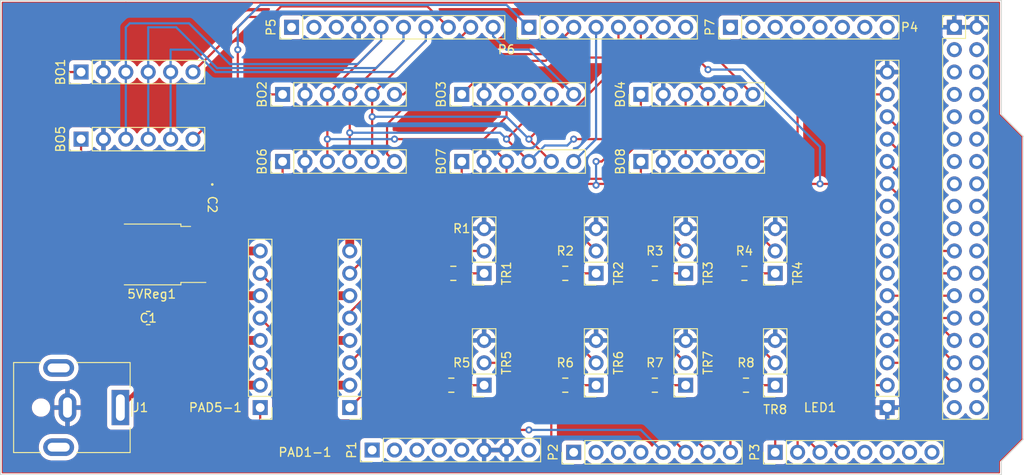
<source format=kicad_pcb>
(kicad_pcb (version 20221018) (generator pcbnew)
  (layers (0 "F.Cu" signal) (31 "B.Cu" signal) (34 "B.Paste" user) (35 "F.Paste" user) (36 "B.SilkS" user "B.Silkscreen") (37 "F.SilkS" user "F.Silkscreen") (38 "B.Mask" user) (39 "F.Mask" user) (44 "Edge.Cuts" user))
  (net 0 "")
  (net 1 "+12V")
  (net 2 "GND")
  (net 3 "/VCC5")
  (net 4 "/10(**)")
  (net 5 "/22")
  (net 6 "/24")
  (net 7 "/LD0")
  (net 8 "/LD1")
  (net 9 "/LD2")
  (net 10 "/LD3")
  (net 11 "/26")
  (net 12 "/28")
  (net 13 "/30")
  (net 14 "/32")
  (net 15 "/Pad1")
  (net 16 "/Pad2")
  (net 17 "/Pad3")
  (net 18 "/Pad4")
  (net 19 "/Pad5")
  (net 20 "/Pad6")
  (net 21 "/Pad7")
  (net 22 "/Pad8")
  (net 24 "/IOREF")
  (net 25 "/RESET")
  (net 26 "+3V3")
  (net 27 "+5V")
  (net 28 "/VCC8")
  (net 29 "/A0")
  (net 30 "/A1")
  (net 31 "/A2")
  (net 32 "/A3")
  (net 33 "/A4")
  (net 34 "/A5")
  (net 35 "/A6")
  (net 36 "/A7")
  (net 37 "/A8")
  (net 38 "/A9")
  (net 39 "/A10")
  (net 40 "/A11")
  (net 41 "/A12")
  (net 42 "/A13")
  (net 43 "/A14")
  (net 44 "/A15")
  (net 45 "/52(SCK)")
  (net 46 "/53(SS)")
  (net 47 "/50")
  (net 48 "/51(MOSI)")
  (net 49 "/48")
  (net 50 "/49")
  (net 51 "/46")
  (net 52 "/47")
  (net 53 "/44")
  (net 54 "/45")
  (net 55 "/42")
  (net 56 "/43")
  (net 57 "/40")
  (net 58 "/41")
  (net 59 "/38")
  (net 60 "/39")
  (net 61 "/36")
  (net 62 "/37")
  (net 63 "/34")
  (net 64 "/35")
  (net 65 "/33")
  (net 66 "/31")
  (net 67 "/29")
  (net 68 "/27")
  (net 69 "/25")
  (net 70 "/23")
  (net 71 "/SCL")
  (net 72 "/SDA")
  (net 73 "/AREF")
  (net 74 "/13(**)")
  (net 75 "/12(**)")
  (net 76 "/11(**)")
  (net 77 "/9(**)")
  (net 78 "/8(**)")
  (net 79 "/7(**)")
  (net 80 "/6(**)")
  (net 81 "/5(**)")
  (net 82 "/4(**)")
  (net 83 "/3(**)")
  (net 84 "/2(**)")
  (net 85 "/1(Tx0)")
  (net 86 "/0(Rx0)")
  (net 87 "/14(Tx3)")
  (net 88 "/15(Rx3)")
  (net 89 "/16(Tx2)")
  (net 90 "/17(Rx2)")
  (net 91 "/18(Tx1)")
  (net 92 "/19(Rx1)")
  (net 93 "/20(SDA)")
  (net 94 "/21(SCL)")
  (net 95 "Net-(TR1-Pin_1)")
  (net 96 "Net-(TR2-Pin_1)")
  (net 97 "Net-(TR3-Pin_1)")
  (net 98 "Net-(TR4-Pin_1)")
  (net 99 "Net-(TR5-Pin_1)")
  (net 100 "Net-(TR6-Pin_1)")
  (net 101 "Net-(TR7-Pin_1)")
  (net 102 "Net-(TR8-Pin_1)")
  (footprint "footprints:RES_RK73G2A_KOA" (layer "F.Cu") (at 151.2189 111.76 180)
    (fp_text reference "R5")
    (fp_text value "R")
  )
  (footprint "Connector_PinHeader_2.54mm:PinHeader_1x08_P2.54mm_Vertical" (layer "F.Cu") (at 129.54 114.3 180)
    (fp_text reference "PAD5-1")
    (fp_text value "Conn_01x08_Male")
  )
  (footprint "Connector_PinHeader_2.54mm:PinHeader_1x08_P2.54mm_Vertical" (layer "F.Cu") (at 142.24 119.126 90)
    (fp_text reference "P1")
    (fp_text value "Power")
  )
  (footprint "Connector_PinSocket_2.54mm:PinSocket_1x03_P2.54mm_Vertical" (layer "F.Cu") (at 187.96 99.06 180)
    (fp_text reference "TR4")
    (fp_text value "Conn_01x03")
  )
  (footprint "Connector_PinSocket_2.54mm:PinSocket_1x03_P2.54mm_Vertical" (layer "F.Cu") (at 167.64 111.76 180)
    (fp_text reference "TR6")
    (fp_text value "Conn_01x03")
  )
  (footprint "Package_TO_SOT_SMD:TO-252-2" (layer "F.Cu") (at 117.235 96.915 180)
    (fp_text reference "5VReg1")
    (fp_text value "LM78M05_TO252")
  )
  (footprint "Connector_PinHeader_2.54mm:PinHeader_1x06_P2.54mm_Vertical" (layer "F.Cu") (at 109.22 83.82 90)
    (fp_text reference "BO5")
    (fp_text value "Conn_01x06")
  )
  (footprint "Connector_PinSocket_2.54mm:PinSocket_1x03_P2.54mm_Vertical" (layer "F.Cu") (at 154.94 111.76 180)
    (fp_text reference "TR5")
    (fp_text value "Conn_01x03")
  )
  (footprint "Connector_PinHeader_2.54mm:PinHeader_1x06_P2.54mm_Vertical" (layer "F.Cu") (at 172.72 86.36 90)
    (fp_text reference "BO8")
    (fp_text value "Conn_01x06")
  )
  (footprint "Connector_PinHeader_2.54mm:PinHeader_1x06_P2.54mm_Vertical" (layer "F.Cu") (at 152.4 78.74 90)
    (fp_text reference "BO3")
    (fp_text value "Conn_01x06")
  )
  (footprint "Connector_PinSocket_2.54mm:PinSocket_1x03_P2.54mm_Vertical" (layer "F.Cu") (at 154.94 99.06 180)
    (fp_text reference "TR1")
    (fp_text value "Conn_01x03")
  )
  (footprint "Connector_PinHeader_2.54mm:PinHeader_1x06_P2.54mm_Vertical" (layer "F.Cu") (at 152.4 86.36 90)
    (fp_text reference "BO7")
    (fp_text value "Conn_01x06")
  )
  (footprint "Connector_PinHeader_2.54mm:PinHeader_2x18_P2.54mm_Vertical" (layer "F.Cu") (at 208.28 71.12)
    (fp_text reference "P4")
    (fp_text value "Digital")
  )
  (footprint "footprints:RES_RK73G2A_KOA" (layer "F.Cu") (at 184.4675 99.06 180)
    (fp_text reference "R4")
    (fp_text value "R")
  )
  (footprint "footprints:RES_RK73G2A_KOA" (layer "F.Cu") (at 151.4475 99.06 180)
    (fp_text reference "R1")
    (fp_text value "R")
  )
  (footprint "Connector_PinHeader_2.54mm:PinHeader_1x08_P2.54mm_Vertical" (layer "F.Cu") (at 139.7 114.3 180)
    (fp_text reference "PAD1-1")
    (fp_text value "Conn_01x08_Male")
  )
  (footprint "footprints_0805_0-1uF:CAP_0805_B_WAL" (layer "F.Cu") (at 124.1064 91.2408 -90)
    (fp_text reference "C2")
    (fp_text value "C")
  )
  (footprint "footprints:RES_RK73G2A_KOA" (layer "F.Cu") (at 174.3075 99.06 180)
    (fp_text reference "R3")
    (fp_text value "R")
  )
  (footprint "footprints:RES_RK73G2A_KOA" (layer "F.Cu") (at 164.1475 99.06 180)
    (fp_text reference "R2")
    (fp_text value "R")
  )
  (footprint "footprints:RES_RK73G2A_KOA" (layer "F.Cu") (at 174.3075 111.76 180)
    (fp_text reference "R7")
    (fp_text value "R")
  )
  (footprint "Connector_PinHeader_2.54mm:PinHeader_1x06_P2.54mm_Vertical" (layer "F.Cu") (at 132.08 78.74 90)
    (fp_text reference "BO2")
    (fp_text value "Conn_01x06")
  )
  (footprint "Connector_PinSocket_2.54mm:PinSocket_1x03_P2.54mm_Vertical" (layer "F.Cu") (at 177.8 99.06 180)
    (fp_text reference "TR3")
    (fp_text value "Conn_01x03")
  )
  (footprint "Connector_PinHeader_2.54mm:PinHeader_1x06_P2.54mm_Vertical" (layer "F.Cu") (at 109.22 76.2 90)
    (fp_text reference "BO1")
    (fp_text value "Conn_01x06")
  )
  (footprint "footprints:RES_RK73G2A_KOA" (layer "F.Cu") (at 184.6453 111.76 180)
    (fp_text reference "R8")
    (fp_text value "R")
  )
  (footprint "Connector_PinHeader_2.54mm:PinHeader_1x10_P2.54mm_Vertical" (layer "F.Cu") (at 133.096 71.12 90)
    (fp_text reference "P5")
    (fp_text value "PWM")
  )
  (footprint "Connector_PinSocket_2.54mm:PinSocket_1x03_P2.54mm_Vertical" (layer "F.Cu") (at 177.8 111.76 180)
    (fp_text reference "TR7")
    (fp_text value "Conn_01x03")
  )
  (footprint "Connector_PinHeader_2.54mm:PinHeader_1x08_P2.54mm_Vertical" (layer "F.Cu") (at 182.88 71.12 90)
    (fp_text reference "P7")
    (fp_text value "Communication")
  )
  (footprint "Connector_PinSocket_2.54mm:PinSocket_1x03_P2.54mm_Vertical" (layer "F.Cu") (at 187.96 111.76 180)
    (fp_text reference "TR8")
    (fp_text value "Conn_01x03")
  )
  (footprint "Connector_PinHeader_2.54mm:PinHeader_1x16_P2.54mm_Vertical" (layer "F.Cu") (at 200.66 114.3 180)
    (fp_text reference "LED1")
    (fp_text value "Conn_01x16_Male")
  )
  (footprint "footprints_0805_0-33uF:CAP_CL21_SAM" (layer "F.Cu") (at 116.84 104.14)
    (fp_text reference "C1")
    (fp_text value "C")
  )
  (footprint "Connector_PinHeader_2.54mm:PinHeader_1x06_P2.54mm_Vertical" (layer "F.Cu") (at 132.08 86.36 90)
    (fp_text reference "BO6")
    (fp_text value "Conn_01x06")
  )
  (footprint "Connector_BarrelJack:BarrelJack_CUI_PJ-063AH_Horizontal" (layer "F.Cu") (at 113.68 114.3 -90)
    (fp_text reference "J1")
    (fp_text value "Jack-DC")
  )
  (footprint "footprints:RES_RK73G2A_KOA" (layer "F.Cu") (at 164.1475 111.76 180)
    (fp_text reference "R6")
    (fp_text value "R")
  )
  (footprint "Connector_PinHeader_2.54mm:PinHeader_1x08_P2.54mm_Vertical" (layer "F.Cu") (at 187.96 119.38 90)
    (fp_text reference "P3")
    (fp_text value "Analog")
  )
  (footprint "Connector_PinSocket_2.54mm:PinSocket_1x03_P2.54mm_Vertical" (layer "F.Cu") (at 167.64 99.06 180)
    (fp_text reference "TR2")
    (fp_text value "Conn_01x03")
  )
  (footprint "Connector_PinHeader_2.54mm:PinHeader_1x08_P2.54mm_Vertical" (layer "F.Cu") (at 160.02 71.12 90)
    (fp_text reference "P6")
    (fp_text value "PWM")
  )
  (footprint "Connector_PinHeader_2.54mm:PinHeader_1x08_P2.54mm_Vertical" (layer "F.Cu") (at 165.1 119.38 90)
    (fp_text reference "P2")
    (fp_text value "Analog")
  )
  (footprint "Connector_PinHeader_2.54mm:PinHeader_1x06_P2.54mm_Vertical" (layer "F.Cu") (at 172.72 78.74 90)
    (fp_text reference "BO4")
    (fp_text value "Conn_01x06")
  )
  (gr_line (start 100.33 68.326) (end 114.3 68.326) (stroke (width 0.2)) (layer "F.Cu"))
  (gr_line (start 213.36 81.026) (end 215.9 83.566) (stroke (width 0.2)) (layer "F.Cu"))
  (gr_line (start 213.36 68.326) (end 213.36 81.026) (stroke (width 0.2)) (layer "F.Cu"))
  (gr_line (start 215.9 117.856) (end 213.36 120.396) (stroke (width 0.2)) (layer "F.Cu"))
  (gr_line (start 114.3 68.326) (end 213.36 68.326) (stroke (width 0.2)) (layer "F.Cu"))
  (gr_line (start 100.33 68.326) (end 100.33 121.666) (stroke (width 0.2)) (layer "F.Cu"))
  (gr_line (start 213.36 121.666) (end 100.33 121.666) (stroke (width 0.2)) (layer "F.Cu"))
  (gr_line (start 215.9 83.566) (end 215.9 117.856) (stroke (width 0.2)) (layer "F.Cu"))
  (gr_line (start 213.36 120.396) (end 213.36 121.666) (stroke (width 0.2)) (layer "F.Cu"))
  (gr_line (start 213.614 81.026) (end 216.154 83.566) (stroke (width 0.1)) (layer "Edge.Cuts"))
  (gr_line (start 213.614 120.396) (end 213.614 121.92) (stroke (width 0.1)) (layer "Edge.Cuts"))
  (gr_line (start 216.154 83.566) (end 216.154 117.856) (stroke (width 0.1)) (layer "Edge.Cuts"))
  (gr_line (start 213.614 68.072) (end 213.614 81.026) (stroke (width 0.1)) (layer "Edge.Cuts"))
  (gr_line (start 216.154 117.856) (end 213.614 120.396) (stroke (width 0.1)) (layer "Edge.Cuts"))
  (gr_line (start 100.076 68.072) (end 213.614 68.072) (stroke (width 0.1)) (layer "Edge.Cuts"))
  (gr_line (start 100.076 121.92) (end 100.076 68.072) (stroke (width 0.1)) (layer "Edge.Cuts"))
  (gr_line (start 213.614 121.92) (end 100.076 121.92) (stroke (width 0.1)) (layer "Edge.Cuts"))
  (segment (start 117.7671 103.7029) (end 120.895 100.575) (width 0.5) (layer "F.Cu") (net 1))
  (segment (start 127 106.68) (end 129.54 106.68) (width 1) (layer "F.Cu") (net 1))
  (segment (start 137.16 106.68) (end 139.7 106.68) (width 1) (layer "F.Cu") (net 1))
  (segment (start 127 93.98) (end 137.16 93.98) (width 1) (layer "F.Cu") (net 1))
  (segment (start 120.895 100.575) (end 122.275 99.195) (width 0.75) (layer "F.Cu") (net 1))
  (segment (start 120.895 100.575) (end 121.92 101.6) (width 0.5) (layer "F.Cu") (net 1))
  (segment (start 127 96.52) (end 127 93.98) (width 1) (layer "F.Cu") (net 1))
  (segment (start 139.7 93.98) (end 139.7 96.52) (width 1) (layer "F.Cu") (net 1))
  (segment (start 127 96.52) (end 129.54 96.52) (width 1) (layer "F.Cu") (net 1))
  (segment (start 113.68 114.3) (end 117.7671 110.2129) (width 0.5) (layer "F.Cu") (net 1))
  (segment (start 127 101.6) (end 129.54 101.6) (width 1) (layer "F.Cu") (net 1))
  (segment (start 137.16 111.76) (end 139.7 111.76) (width 1) (layer "F.Cu") (net 1))
  (segment (start 137.16 101.6) (end 139.7 101.6) (width 1) (layer "F.Cu") (net 1))
  (segment (start 121.92 101.6) (end 127 101.6) (width 0.5) (layer "F.Cu") (net 1))
  (segment (start 117.7671 110.2129) (end 117.7671 104.14) (width 0.5) (layer "F.Cu") (net 1))
  (segment (start 127 96.52) (end 127 101.6) (width 1) (layer "F.Cu") (net 1))
  (segment (start 127 101.6) (end 127 106.68) (width 1) (layer "F.Cu") (net 1))
  (segment (start 137.16 93.98) (end 137.16 111.76) (width 1) (layer "F.Cu") (net 1))
  (segment (start 127 106.68) (end 127 111.76) (width 1) (layer "F.Cu") (net 1))
  (segment (start 137.16 93.98) (end 139.7 93.98) (width 1) (layer "F.Cu") (net 1))
  (segment (start 127 111.76) (end 129.54 111.76) (width 1) (layer "F.Cu") (net 1))
  (segment (start 117.7671 104.14) (end 117.7671 103.7029) (width 0.25) (layer "F.Cu") (net 1))
  (segment (start 168.276396 86.36) (end 167.64 86.36) (width 0.25) (layer "F.Cu") (net 3))
  (segment (start 129.54 78.74) (end 132.08 78.74) (width 0.25) (layer "F.Cu") (net 3))
  (segment (start 162.296396 74.56) (end 161.926396 74.93) (width 0.25) (layer "F.Cu") (net 3))
  (segment (start 104.14 86.36) (end 104.14 76.2) (width 0.25) (layer "F.Cu") (net 3))
  (segment (start 124.1064 92.8036) (end 122.275 94.635) (width 0.25) (layer "F.Cu") (net 3))
  (segment (start 125.1164 91.7936) (end 128.01 88.9) (width 0.25) (layer "F.Cu") (net 3))
  (segment (start 156.21 74.93) (end 152.4 78.74) (width 0.25) (layer "F.Cu") (net 3))
  (segment (start 152.4 88.9) (end 152.4 86.36) (width 0.25) (layer "F.Cu") (net 3))
  (segment (start 124.1064 91.7936) (end 109.5736 91.7936) (width 0.25) (layer "F.Cu") (net 3))
  (segment (start 161.926396 74.93) (end 156.21 74.93) (width 0.25) (layer "F.Cu") (net 3))
  (segment (start 109.22 86.36) (end 104.14 86.36) (width 0.25) (layer "F.Cu") (net 3))
  (segment (start 172.72 81.916396) (end 168.276396 86.36) (width 0.25) (layer "F.Cu") (net 3))
  (segment (start 132.08 88.9) (end 129.54 88.9) (width 0.25) (layer "F.Cu") (net 3))
  (segment (start 198.12 111.76) (end 200.66 111.76) (width 0.25) (layer "F.Cu") (net 3))
  (segment (start 193.04 88.9) (end 198.12 88.9) (width 0.25) (layer "F.Cu") (net 3))
  (segment (start 109.5736 91.7936) (end 109.22 91.44) (width 0.25) (layer "F.Cu") (net 3))
  (segment (start 180.34 75.9255) (end 178.9745 74.56) (width 0.25) (layer "F.Cu") (net 3))
  (segment (start 172.72 86.36) (end 172.72 88.9) (width 0.25) (layer "F.Cu") (net 3))
  (segment (start 172.72 78.74) (end 172.72 81.916396) (width 0.25) (layer "F.Cu") (net 3))
  (segment (start 129.54 88.9) (end 129.54 78.74) (width 0.25) (layer "F.Cu") (net 3))
  (segment (start 198.12 88.9) (end 198.12 78.74) (width 0.25) (layer "F.Cu") (net 3))
  (segment (start 198.12 88.9) (end 198.12 111.76) (width 0.25) (layer "F.Cu") (net 3))
  (segment (start 124.1064 91.7936) (end 125.1164 91.7936) (width 0.25) (layer "F.Cu") (net 3))
  (segment (start 109.22 91.44) (end 109.22 86.36) (width 0.25) (layer "F.Cu") (net 3))
  (segment (start 152.4 88.9) (end 193.04 88.9) (width 0.25) (layer "F.Cu") (net 3))
  (segment (start 198.12 78.74) (end 200.66 78.74) (width 0.25) (layer "F.Cu") (net 3))
  (segment (start 104.14 76.2) (end 109.22 76.2) (width 0.25) (layer "F.Cu") (net 3))
  (segment (start 178.9745 74.56) (end 162.296396 74.56) (width 0.25) (layer "F.Cu") (net 3))
  (segment (start 132.08 88.9) (end 152.4 88.9) (width 0.25) (layer "F.Cu") (net 3))
  (segment (start 129.54 88.9) (end 128.01 88.9) (width 0.25) (layer "F.Cu") (net 3))
  (segment (start 132.08 88.9) (end 132.08 86.36) (width 0.25) (layer "F.Cu") (net 3))
  (segment (start 109.22 86.36) (end 109.22 83.82) (width 0.25) (layer "F.Cu") (net 3))
  (segment (start 124.1064 91.7936) (end 124.1064 92.8036) (width 0.25) (layer "F.Cu") (net 3))
  (via (at 167.64 89.0495) (size 0.8) (drill 0.4) (layers "F.Cu" "B.Cu") (net 3))
  (via (at 180.34 75.9255) (size 0.8) (drill 0.4) (layers "F.Cu" "B.Cu") (net 3))
  (via (at 167.64 86.36) (size 0.8) (drill 0.4) (layers "F.Cu" "B.Cu") (net 3))
  (via (at 193.04 88.9) (size 0.8) (drill 0.4) (layers "F.Cu" "B.Cu") (net 3))
  (segment (start 180.34 75.9255) (end 184.267201 75.9255) (width 0.25) (layer "B.Cu") (net 3))
  (segment (start 193.04 84.698299) (end 193.04 88.9) (width 0.25) (layer "B.Cu") (net 3))
  (segment (start 184.267201 75.9255) (end 193.04 84.698299) (width 0.25) (layer "B.Cu") (net 3))
  (segment (start 167.64 86.36) (end 167.64 89.0495) (width 0.25) (layer "B.Cu") (net 3))
  (segment (start 121.92 76.2) (end 128.175 69.945) (width 0.25) (layer "F.Cu") (net 4))
  (segment (start 148.507 68.751) (end 150.876 71.12) (width 0.25) (layer "F.Cu") (net 4))
  (segment (start 128.175 69.945) (end 130.715 69.945) (width 0.25) (layer "F.Cu") (net 4))
  (segment (start 131.909 68.751) (end 148.507 68.751) (width 0.25) (layer "F.Cu") (net 4))
  (segment (start 130.715 69.945) (end 131.909 68.751) (width 0.25) (layer "F.Cu") (net 4))
  (segment (start 200.66 109.22) (end 205.74 109.22) (width 0.25) (layer "F.Cu") (net 5))
  (segment (start 205.74 109.22) (end 208.28 111.76) (width 0.25) (layer "F.Cu") (net 5))
  (segment (start 205.74 106.68) (end 208.28 109.22) (width 0.25) (layer "F.Cu") (net 6))
  (segment (start 200.66 106.68) (end 205.74 106.68) (width 0.25) (layer "F.Cu") (net 6))
  (segment (start 200.66 101.6) (end 203.2 101.6) (width 0.25) (layer "F.Cu") (net 11))
  (segment (start 203.2 101.6) (end 208.28 106.68) (width 0.25) (layer "F.Cu") (net 11))
  (segment (start 206.376396 104.14) (end 208.28 104.14) (width 0.25) (layer "F.Cu") (net 12))
  (segment (start 200.66 88.9) (end 203.518198 91.758198) (width 0.25) (layer "F.Cu") (net 12))
  (segment (start 203.518198 101.281802) (end 206.376396 104.14) (width 0.25) (layer "F.Cu") (net 12))
  (segment (start 203.518198 91.758198) (end 203.518198 101.281802) (width 0.25) (layer "F.Cu") (net 12))
  (segment (start 203.968198 89.668198) (end 203.968198 99.828198) (width 0.25) (layer "F.Cu") (net 13))
  (segment (start 205.74 101.6) (end 208.28 101.6) (width 0.25) (layer "F.Cu") (net 13))
  (segment (start 200.66 86.36) (end 203.968198 89.668198) (width 0.25) (layer "F.Cu") (net 13))
  (segment (start 203.968198 99.828198) (end 205.74 101.6) (width 0.25) (layer "F.Cu") (net 13))
  (segment (start 206.958198 99.06) (end 208.28 99.06) (width 0.25) (layer "F.Cu") (net 14))
  (segment (start 200.66 83.82) (end 204.418198 87.578198) (width 0.25) (layer "F.Cu") (net 14))
  (segment (start 204.418198 96.52) (end 206.958198 99.06) (width 0.25) (layer "F.Cu") (net 14))
  (segment (start 204.418198 87.578198) (end 204.418198 96.52) (width 0.25) (layer "F.Cu") (net 14))
  (segment (start 142.24 109.22) (end 144.78 106.68) (width 0.25) (layer "F.Cu") (net 15))
  (segment (start 142.24 111.76) (end 142.24 109.22) (width 0.25) (layer "F.Cu") (net 15))
  (segment (start 147.956396 96.52) (end 154.94 96.52) (width 0.25) (layer "F.Cu") (net 15))
  (segment (start 139.7 114.3) (end 142.24 111.76) (width 0.25) (layer "F.Cu") (net 15))
  (segment (start 144.78 106.68) (end 144.78 99.696396) (width 0.25) (layer "F.Cu") (net 15))
  (segment (start 144.78 99.696396) (end 147.956396 96.52) (width 0.25) (layer "F.Cu") (net 15))
  (segment (start 152.4 91.44) (end 162.56 91.44) (width 0.25) (layer "F.Cu") (net 16))
  (segment (start 144.33 104.59) (end 144.33 99.51) (width 0.25) (layer "F.Cu") (net 16))
  (segment (start 139.7 109.22) (end 144.33 104.59) (width 0.25) (layer "F.Cu") (net 16))
  (segment (start 162.56 91.44) (end 167.64 96.52) (width 0.25) (layer "F.Cu") (net 16))
  (segment (start 144.33 99.51) (end 152.4 91.44) (width 0.25) (layer "F.Cu") (net 16))
  (segment (start 139.7 103.503604) (end 152.213604 90.99) (width 0.25) (layer "F.Cu") (net 17))
  (segment (start 139.7 104.14) (end 139.7 103.503604) (width 0.25) (layer "F.Cu") (net 17))
  (segment (start 152.213604 90.99) (end 172.27 90.99) (width 0.25) (layer "F.Cu") (net 17))
  (segment (start 172.27 90.99) (end 177.8 96.52) (width 0.25) (layer "F.Cu") (net 17))
  (segment (start 181.98 90.54) (end 187.96 96.52) (width 0.25) (layer "F.Cu") (net 18))
  (segment (start 148.22 90.54) (end 181.98 90.54) (width 0.25) (layer "F.Cu") (net 18))
  (segment (start 139.7 99.06) (end 148.22 90.54) (width 0.25) (layer "F.Cu") (net 18))
  (segment (start 131.401 121.241) (end 129.54 119.38) (width 0.25) (layer "F.Cu") (net 19))
  (segment (start 162.56 119.38) (end 160.699 121.241) (width 0.25) (layer "F.Cu") (net 19))
  (segment (start 160.699 121.241) (end 131.401 121.241) (width 0.25) (layer "F.Cu") (net 19))
  (segment (start 162.56 114.3) (end 162.56 119.38) (width 0.25) (layer "F.Cu") (net 19))
  (segment (start 157.48 109.22) (end 162.56 114.3) (width 0.25) (layer "F.Cu") (net 19))
  (segment (start 129.54 119.38) (end 129.54 114.3) (width 0.25) (layer "F.Cu") (net 19))
  (segment (start 154.94 109.22) (end 157.48 109.22) (width 0.25) (layer "F.Cu") (net 19))
  (segment (start 144.78 113.666396) (end 154.306396 104.14) (width 0.25) (layer "F.Cu") (net 20))
  (segment (start 162.56 104.14) (end 167.64 109.22) (width 0.25) (layer "F.Cu") (net 20))
  (segment (start 144.78 116.84) (end 144.78 113.666396) (width 0.25) (layer "F.Cu") (net 20))
  (segment (start 154.306396 104.14) (end 162.56 104.14) (width 0.25) (layer "F.Cu") (net 20))
  (segment (start 137.16 116.84) (end 144.78 116.84) (width 0.25) (layer "F.Cu") (net 20))
  (segment (start 129.54 109.22) (end 137.16 116.84) (width 0.25) (layer "F.Cu") (net 20))
  (segment (start 132.08 111.123604) (end 137.16 116.203604) (width 0.25) (layer "F.Cu") (net 21))
  (segment (start 172.27 103.69) (end 177.8 109.22) (width 0.25) (layer "F.Cu") (net 21))
  (segment (start 154.12 103.69) (end 172.27 103.69) (width 0.25) (layer "F.Cu") (net 21))
  (segment (start 144.33 113.48) (end 154.12 103.69) (width 0.25) (layer "F.Cu") (net 21))
  (segment (start 129.54 104.14) (end 132.08 106.68) (width 0.25) (layer "F.Cu") (net 21))
  (segment (start 132.08 106.68) (end 132.08 111.123604) (width 0.25) (layer "F.Cu") (net 21))
  (segment (start 144.33 116.203604) (end 144.33 113.48) (width 0.25) (layer "F.Cu") (net 21))
  (segment (start 137.16 116.203604) (end 144.33 116.203604) (width 0.25) (layer "F.Cu") (net 21))
  (segment (start 129.54 99.06) (end 132.53 102.05) (width 0.25) (layer "F.Cu") (net 22))
  (segment (start 143.88 113.293604) (end 153.933604 103.24) (width 0.25) (layer "F.Cu") (net 22))
  (segment (start 153.933604 103.24) (end 172.456396 103.24) (width 0.25) (layer "F.Cu") (net 22))
  (segment (start 173.356396 104.14) (end 182.88 104.14) (width 0.25) (layer "F.Cu") (net 22))
  (segment (start 182.88 104.14) (end 187.96 109.22) (width 0.25) (layer "F.Cu") (net 22))
  (segment (start 132.53 102.05) (end 132.53 110.937208) (width 0.25) (layer "F.Cu") (net 22))
  (segment (start 172.456396 103.24) (end 173.356396 104.14) (width 0.25) (layer "F.Cu") (net 22))
  (segment (start 137.346396 115.753604) (end 143.88 115.753604) (width 0.25) (layer "F.Cu") (net 22))
  (segment (start 143.88 115.753604) (end 143.88 113.293604) (width 0.25) (layer "F.Cu") (net 22))
  (segment (start 132.53 110.937208) (end 137.346396 115.753604) (width 0.25) (layer "F.Cu") (net 22))
  (segment (start 153.801 116.84) (end 160.02 116.84) (width 0.25) (layer "F.Cu") (net 33))
  (segment (start 150.2664 113.3054) (end 153.801 116.84) (width 0.25) (layer "F.Cu") (net 33))
  (segment (start 150.2664 113.3054) (end 150.2664 111.76) (width 0.25) (layer "F.Cu") (net 33))
  (via (at 160.02 116.84) (size 0.8) (drill 0.4) (layers "F.Cu" "B.Cu") (net 33))
  (segment (start 172.72 116.84) (end 175.26 119.38) (width 0.25) (layer "B.Cu") (net 33))
  (segment (start 160.02 116.84) (end 172.72 116.84) (width 0.25) (layer "B.Cu") (net 33))
  (segment (start 164.8119 114.3) (end 172.72 114.3) (width 0.25) (layer "F.Cu") (net 34))
  (segment (start 163.195 111.76) (end 163.195 112.6831) (width 0.25) (layer "F.Cu") (net 34))
  (segment (start 163.195 112.6831) (end 164.8119 114.3) (width 0.25) (layer "F.Cu") (net 34))
  (segment (start 172.72 114.3) (end 177.8 119.38) (width 0.25) (layer "F.Cu") (net 34))
  (segment (start 173.355 112.395) (end 180.34 119.38) (width 0.25) (layer "F.Cu") (net 35))
  (segment (start 173.355 111.76) (end 173.355 112.395) (width 0.25) (layer "F.Cu") (net 35))
  (segment (start 183.6928 111.76) (end 182.88 111.76) (width 0.25) (layer "F.Cu") (net 36))
  (segment (start 182.88 111.76) (end 182.88 119.38) (width 0.25) (layer "F.Cu") (net 36))
  (segment (start 187.96 116.84) (end 187.96 119.38) (width 0.25) (layer "F.Cu") (net 37))
  (segment (start 172.642792 102.79) (end 173.542792 103.69) (width 0.25) (layer "F.Cu") (net 37))
  (segment (start 183.516396 104.14) (end 190.5 104.14) (width 0.25) (layer "F.Cu") (net 37))
  (segment (start 173.542792 103.69) (end 183.066396 103.69) (width 0.25) (layer "F.Cu") (net 37))
  (segment (start 150.495 99.06) (end 150.495 99.9831) (width 0.25) (layer "F.Cu") (net 37))
  (segment (start 150.495 99.9831) (end 153.524554 103.012654) (width 0.25) (layer "F.Cu") (net 37))
  (segment (start 190.5 114.3) (end 187.96 116.84) (width 0.25) (layer "F.Cu") (net 37))
  (segment (start 183.066396 103.69) (end 183.516396 104.14) (width 0.25) (layer "F.Cu") (net 37))
  (segment (start 153.747208 102.79) (end 172.642792 102.79) (width 0.25) (layer "F.Cu") (net 37))
  (segment (start 153.524554 103.012654) (end 153.747208 102.79) (width 0.25) (layer "F.Cu") (net 37))
  (segment (start 190.5 104.14) (end 190.5 114.3) (width 0.25) (layer "F.Cu") (net 37))
  (segment (start 190.236396 103.24) (end 190.95 103.953604) (width 0.25) (layer "F.Cu") (net 38))
  (segment (start 163.195 99.06) (end 163.195 99.9831) (width 0.25) (layer "F.Cu") (net 38))
  (segment (start 173.729188 103.24) (end 190.236396 103.24) (width 0.25) (layer "F.Cu") (net 38))
  (segment (start 190.5 114.936396) (end 190.5 119.38) (width 0.25) (layer "F.Cu") (net 38))
  (segment (start 190.95 114.486396) (end 190.5 114.936396) (width 0.25) (layer "F.Cu") (net 38))
  (segment (start 190.95 103.953604) (end 190.95 114.486396) (width 0.25) (layer "F.Cu") (net 38))
  (segment (start 172.829188 102.34) (end 173.729188 103.24) (width 0.25) (layer "F.Cu") (net 38))
  (segment (start 163.195 99.9831) (end 165.5519 102.34) (width 0.25) (layer "F.Cu") (net 38))
  (segment (start 165.5519 102.34) (end 172.829188 102.34) (width 0.25) (layer "F.Cu") (net 38))
  (segment (start 176.1619 102.79) (end 190.422792 102.79) (width 0.25) (layer "F.Cu") (net 39))
  (segment (start 190.95 117.29) (end 193.04 119.38) (width 0.25) (layer "F.Cu") (net 39))
  (segment (start 173.355 99.06) (end 173.355 99.9831) (width 0.25) (layer "F.Cu") (net 39))
  (segment (start 190.95 115.122792) (end 190.95 117.29) (width 0.25) (layer "F.Cu") (net 39))
  (segment (start 191.4 114.672792) (end 190.95 115.122792) (width 0.25) (layer "F.Cu") (net 39))
  (segment (start 173.355 99.9831) (end 176.1619 102.79) (width 0.25) (layer "F.Cu") (net 39))
  (segment (start 191.4 103.767208) (end 191.4 114.672792) (width 0.25) (layer "F.Cu") (net 39))
  (segment (start 190.422792 102.79) (end 191.4 103.767208) (width 0.25) (layer "F.Cu") (net 39))
  (segment (start 190.609188 102.34) (end 191.85 103.580812) (width 0.25) (layer "F.Cu") (net 40))
  (segment (start 185.8719 102.34) (end 190.609188 102.34) (width 0.25) (layer "F.Cu") (net 40))
  (segment (start 191.85 103.580812) (end 191.85 115.65) (width 0.25) (layer "F.Cu") (net 40))
  (segment (start 191.85 115.65) (end 195.58 119.38) (width 0.25) (layer "F.Cu") (net 40))
  (segment (start 183.515 99.9831) (end 185.8719 102.34) (width 0.25) (layer "F.Cu") (net 40))
  (segment (start 183.515 99.06) (end 183.515 99.9831) (width 0.25) (layer "F.Cu") (net 40))
  (segment (start 205.74 86.36) (end 205.74 96.52) (width 0.25) (layer "F.Cu") (net 63))
  (segment (start 200.66 81.28) (end 205.74 86.36) (width 0.25) (layer "F.Cu") (net 63))
  (segment (start 205.74 96.52) (end 208.28 96.52) (width 0.25) (layer "F.Cu") (net 63))
  (segment (start 177.8 83.82) (end 172.91 83.82) (width 0.25) (layer "F.Cu") (net 74))
  (segment (start 154.94 83.82) (end 144.78 83.82) (width 0.25) (layer "F.Cu") (net 74))
  (segment (start 172.91 83.82) (end 168.405 88.325) (width 0.25) (layer "F.Cu") (net 74))
  (segment (start 157.48 81.28) (end 157.48 78.74) (width 0.25) (layer "F.Cu") (net 74))
  (segment (start 168.405 88.325) (end 157.48 88.325) (width 0.25) (layer "F.Cu") (net 74))
  (segment (start 177.8 78.74) (end 177.8 83.82) (width 0.25) (layer "F.Cu") (net 74))
  (segment (start 154.94 83.82) (end 157.48 81.28) (width 0.25) (layer "F.Cu") (net 74))
  (segment (start 143.256 72.644) (end 143.256 71.12) (width 0.25) (layer "F.Cu") (net 74))
  (segment (start 137.16 78.74) (end 143.256 72.644) (width 0.25) (layer "F.Cu") (net 74))
  (segment (start 157.48 86.36) (end 154.94 83.82) (width 0.25) (layer "F.Cu") (net 74))
  (segment (start 157.48 88.325) (end 157.48 86.36) (width 0.25) (layer "F.Cu") (net 74))
  (segment (start 137.16 83.82) (end 137.16 78.74) (width 0.25) (layer "F.Cu") (net 74))
  (segment (start 137.16 86.36) (end 137.16 83.82) (width 0.25) (layer "F.Cu") (net 74))
  (segment (start 177.8 83.82) (end 177.8 86.36) (width 0.25) (layer "F.Cu") (net 74))
  (via (at 144.78 83.82) (size 0.8) (drill 0.4) (layers "F.Cu" "B.Cu") (net 74))
  (via (at 137.16 83.82) (size 0.8) (drill 0.4) (layers "F.Cu" "B.Cu") (net 74))
  (segment (start 143.256 72.644) (end 143.256 71.12) (width 0.25) (layer "B.Cu") (net 74))
  (segment (start 114.3 71.12) (end 114.75 70.67) (width 0.25) (layer "B.Cu") (net 74))
  (segment (start 114.3 83.82) (end 114.3 76.2) (width 0.25) (layer "B.Cu") (net 74))
  (segment (start 121.47 70.67) (end 126.1 75.3) (width 0.25) (layer "B.Cu") (net 74))
  (segment (start 126.1 75.3) (end 140.6 75.3) (width 0.25) (layer "B.Cu") (net 74))
  (segment (start 144.78 83.82) (end 137.16 83.82) (width 0.25) (layer "B.Cu") (net 74))
  (segment (start 140.6 75.3) (end 143.256 72.644) (width 0.25) (layer "B.Cu") (net 74))
  (segment (start 114.3 76.2) (end 114.3 71.12) (width 0.25) (layer "B.Cu") (net 74))
  (segment (start 114.75 70.67) (end 121.47 70.67) (width 0.25) (layer "B.Cu") (net 74))
  (segment (start 180.34 78.74) (end 180.34 86.36) (width 0.25) (layer "F.Cu") (net 75))
  (segment (start 180.34 78.74) (end 177.06 75.46) (width 0.25) (layer "F.Cu") (net 75))
  (segment (start 172.095 75.46) (end 170.18 77.375) (width 0.25) (layer "F.Cu") (net 75))
  (segment (start 139.7 78.74) (end 145.796 72.644) (width 0.25) (layer "F.Cu") (net 75))
  (segment (start 145.796 72.644) (end 145.796 71.12) (width 0.25) (layer "F.Cu") (net 75))
  (segment (start 160.02 86.36) (end 157.48 83.82) (width 0.25) (layer "F.Cu") (net 75))
  (segment (start 177.06 75.46) (end 172.095 75.46) (width 0.25) (layer "F.Cu") (net 75))
  (segment (start 160.02 78.74) (end 160.02 81.28) (width 0.25) (layer "F.Cu") (net 75))
  (segment (start 139.7 86.36) (end 139.7 78.74) (width 0.25) (layer "F.Cu") (net 75))
  (segment (start 170.18 83.82) (end 165.1 83.82) (width 0.25) (layer "F.Cu") (net 75))
  (segment (start 160.02 81.28) (end 157.48 83.82) (width 0.25) (layer "F.Cu") (net 75))
  (segment (start 170.18 77.375) (end 170.18 83.82) (width 0.25) (layer "F.Cu") (net 75))
  (via (at 165.1 83.82) (size 0.8) (drill 0.4) (layers "F.Cu" "B.Cu") (net 75))
  (via (at 139.7 83.0955) (size 0.8) (drill 0.4) (layers "F.Cu" "B.Cu") (net 75))
  (via (at 157.48 83.82) (size 0.8) (drill 0.4) (layers "F.Cu" "B.Cu") (net 75))
  (segment (start 142.69 75.75) (end 145.796 72.644) (width 0.25) (layer "B.Cu") (net 75))
  (segment (start 116.84 76.2) (end 116.84 71.12) (width 0.25) (layer "B.Cu") (net 75))
  (segment (start 124.646396 75.75) (end 142.69 75.75) (width 0.25) (layer "B.Cu") (net 75))
  (segment (start 145.796 72.644) (end 145.796 71.12) (width 0.25) (layer "B.Cu") (net 75))
  (segment (start 120.016396 71.12) (end 124.646396 75.75) (width 0.25) (layer "B.Cu") (net 75))
  (segment (start 139.7005 83.095) (end 139.7 83.0955) (width 0.25) (layer "B.Cu") (net 75))
  (segment (start 156.755 83.095) (end 139.7005 83.095) (width 0.25) (layer "B.Cu") (net 75))
  (segment (start 157.48 83.82) (end 156.755 83.095) (width 0.25) (layer "B.Cu") (net 75))
  (segment (start 165.1 83.82) (end 164.375 84.545) (width 0.25) (layer "B.Cu") (net 75))
  (segment (start 161.835 84.545) (end 160.02 86.36) (width 0.25) (layer "B.Cu") (net 75))
  (segment (start 116.84 71.12) (end 120.016396 71.12) (width 0.25) (layer "B.Cu") (net 75))
  (segment (start 164.375 84.545) (end 161.835 84.545) (width 0.25) (layer "B.Cu") (net 75))
  (segment (start 116.84 83.82) (end 116.84 76.2) (width 0.25) (layer "B.Cu") (net 75))
  (segment (start 182.88 78.74) (end 181.102 76.962) (width 0.25) (layer "F.Cu") (net 76))
  (segment (start 177.372 75.01) (end 170.491701 75.01) (width 0.25) (layer "F.Cu") (net 76))
  (segment (start 182.88 78.74) (end 182.88 86.36) (width 0.25) (layer "F.Cu") (net 76))
  (segment (start 170.491701 75.01) (end 164.221701 81.28) (width 0.25) (layer "F.Cu") (net 76))
  (segment (start 179.324 76.962) (end 177.372 75.01) (width 0.25) (layer "F.Cu") (net 76))
  (segment (start 162.56 81.28) (end 160.02 83.82) (width 0.25) (layer "F.Cu") (net 76))
  (segment (start 148.336 72.644) (end 148.336 71.12) (width 0.25) (layer "F.Cu") (net 76))
  (segment (start 142.24 78.74) (end 148.336 72.644) (width 0.25) (layer "F.Cu") (net 76))
  (segment (start 162.56 86.36) (end 160.02 83.82) (width 0.25) (layer "F.Cu") (net 76))
  (segment (start 162.56 78.74) (end 162.56 81.28) (width 0.25) (layer "F.Cu") (net 76))
  (segment (start 181.102 76.962) (end 179.324 76.962) (width 0.25) (layer "F.Cu") (net 76))
  (segment (start 142.24 86.36) (end 142.24 78.74) (width 0.25) (layer "F.Cu") (net 76))
  (segment (start 164.221701 81.28) (end 162.56 81.28) (width 0.25) (layer "F.Cu") (net 76))
  (via (at 160.02 83.82) (size 0.8) (drill 0.4) (layers "F.Cu" "B.Cu") (net 76))
  (via (at 142.24 81.28) (size 0.8) (drill 0.4) (layers "F.Cu" "B.Cu") (net 76))
  (segment (start 124.46 76.2) (end 144.78 76.2) (width 0.25) (layer "B.Cu") (net 76))
  (segment (start 119.38 73.66) (end 121.92 73.66) (width 0.25) (layer "B.Cu") (net 76))
  (segment (start 121.92 73.66) (end 124.46 76.2) (width 0.25) (layer "B.Cu") (net 76))
  (segment (start 148.336 72.644) (end 148.336 71.12) (width 0.25) (layer "B.Cu") (net 76))
  (segment (start 119.38 76.2) (end 119.38 73.66) (width 0.25) (layer "B.Cu") (net 76))
  (segment (start 144.78 76.2) (end 148.336 72.644) (width 0.25) (layer "B.Cu") (net 76))
  (segment (start 157.48 81.28) (end 142.24 81.28) (width 0.25) (layer "B.Cu") (net 76))
  (segment (start 160.02 83.82) (end 157.48 81.28) (width 0.25) (layer "B.Cu") (net 76))
  (segment (start 119.38 83.82) (end 119.38 76.2) (width 0.25) (layer "B.Cu") (net 76))
  (segment (start 144.78 78.74) (end 145.796 78.74) (width 0.25) (layer "F.Cu") (net 77))
  (segment (start 145.796 78.74) (end 153.416 71.12) (width 0.25) (layer "F.Cu") (net 77))
  (segment (start 165.1 78.74) (end 160.02 73.66) (width 0.25) (layer "B.Cu") (net 78))
  (segment (start 160.02 73.66) (end 157.48 73.66) (width 0.25) (layer "B.Cu") (net 78))
  (segment (start 157.48 73.66) (end 155.956 72.136) (width 0.25) (layer "B.Cu") (net 78))
  (segment (start 155.956 72.136) (end 155.956 71.12) (width 0.25) (layer "B.Cu") (net 78))
  (segment (start 127 78.74) (end 121.92 83.82) (width 0.25) (layer "F.Cu") (net 79))
  (segment (start 127 73.66) (end 127 78.74) (width 0.25) (layer "F.Cu") (net 79))
  (via (at 127 73.66) (size 0.8) (drill 0.4) (layers "F.Cu" "B.Cu") (net 79))
  (segment (start 157.48 68.58) (end 160.02 71.12) (width 0.25) (layer "B.Cu") (net 79))
  (segment (start 127 73.66) (end 127 71.12) (width 0.25) (layer "B.Cu") (net 79))
  (segment (start 129.54 68.58) (end 157.48 68.58) (width 0.25) (layer "B.Cu") (net 79))
  (segment (start 127 71.12) (end 129.54 68.58) (width 0.25) (layer "B.Cu") (net 79))
  (segment (start 143.93 82.13) (end 151.892 74.168) (width 0.25) (layer "F.Cu") (net 81))
  (segment (start 162.052 74.168) (end 165.1 71.12) (width 0.25) (layer "F.Cu") (net 81))
  (segment (start 151.892 74.168) (end 162.052 74.168) (width 0.25) (layer "F.Cu") (net 81))
  (segment (start 144.78 86.36) (end 143.93 85.51) (width 0.25) (layer "F.Cu") (net 81))
  (segment (start 143.93 85.51) (end 143.93 82.13) (width 0.25) (layer "F.Cu") (net 81))
  (segment (start 167.64 83.82) (end 167.64 71.12) (width 0.25) (layer "B.Cu") (net 82))
  (segment (start 165.1 86.36) (end 167.64 83.82) (width 0.25) (layer "B.Cu") (net 82))
  (segment (start 170.18 74.11) (end 170.18 71.12) (width 0.25) (layer "F.Cu") (net 83))
  (segment (start 185.42 78.74) (end 180.79 74.11) (width 0.25) (layer "F.Cu") (net 83))
  (segment (start 180.79 74.11) (end 170.18 74.11) (width 0.25) (layer "F.Cu") (net 83))
  (segment (start 185.42 86.36) (end 190.5 86.36) (width 0.25) (layer "F.Cu") (net 84))
  (segment (start 172.72 73.66) (end 172.72 71.12) (width 0.25) (layer "F.Cu") (net 84))
  (segment (start 190.5 73.66) (end 172.72 73.66) (width 0.25) (layer "F.Cu") (net 84))
  (segment (start 190.5 86.36) (end 190.5 73.66) (width 0.25) (layer "F.Cu") (net 84))
  (segment (start 152.4 99.06) (end 154.94 99.06) (width 0.25) (layer "F.Cu") (net 95))
  (segment (start 165.1 99.06) (end 167.64 99.06) (width 0.25) (layer "F.Cu") (net 96))
  (segment (start 175.26 99.06) (end 177.8 99.06) (width 0.25) (layer "F.Cu") (net 97))
  (segment (start 185.42 99.06) (end 187.96 99.06) (width 0.25) (layer "F.Cu") (net 98))
  (segment (start 152.1714 111.76) (end 154.94 111.76) (width 0.25) (layer "F.Cu") (net 99))
  (segment (start 165.1 111.76) (end 167.64 111.76) (width 0.25) (layer "F.Cu") (net 100))
  (segment (start 175.26 111.76) (end 177.8 111.76) (width 0.25) (layer "F.Cu") (net 101))
  (segment (start 185.5978 111.76) (end 187.96 111.76) (width 0.25) (layer "F.Cu") (net 102))
  (zone (net 2) (net_name "GND") (layers "F&B.Cu") (name "GND") (connect_pads (clearance 0.508)) (min_thickness 0.25) (fill yes (thermal_gap 0.5) (thermal_bridge_width 0.5))
    (polygon (pts (xy 100.33 68.326) (xy 100.33 121.666) (xy 213.36 121.666) (xy 213.36 120.396) (xy 215.9 117.856) (xy 215.9 83.566) (xy 213.36 81.026) (xy 213.36 68.326)))
  )
)
</source>
